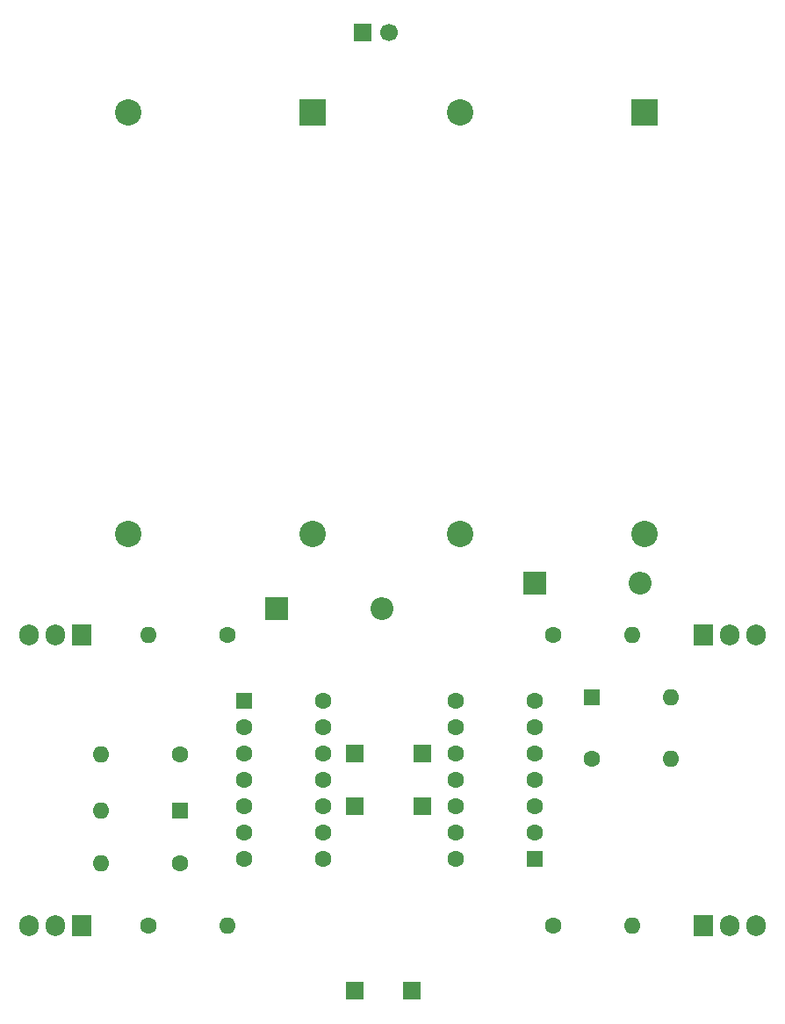
<source format=gbr>
%TF.GenerationSoftware,KiCad,Pcbnew,9.0.1*%
%TF.CreationDate,2025-07-17T11:03:30+03:00*%
%TF.ProjectId,deneme3,64656e65-6d65-4332-9e6b-696361645f70,rev?*%
%TF.SameCoordinates,Original*%
%TF.FileFunction,Soldermask,Top*%
%TF.FilePolarity,Negative*%
%FSLAX46Y46*%
G04 Gerber Fmt 4.6, Leading zero omitted, Abs format (unit mm)*
G04 Created by KiCad (PCBNEW 9.0.1) date 2025-07-17 11:03:30*
%MOMM*%
%LPD*%
G01*
G04 APERTURE LIST*
G04 Aperture macros list*
%AMRoundRect*
0 Rectangle with rounded corners*
0 $1 Rounding radius*
0 $2 $3 $4 $5 $6 $7 $8 $9 X,Y pos of 4 corners*
0 Add a 4 corners polygon primitive as box body*
4,1,4,$2,$3,$4,$5,$6,$7,$8,$9,$2,$3,0*
0 Add four circle primitives for the rounded corners*
1,1,$1+$1,$2,$3*
1,1,$1+$1,$4,$5*
1,1,$1+$1,$6,$7*
1,1,$1+$1,$8,$9*
0 Add four rect primitives between the rounded corners*
20,1,$1+$1,$2,$3,$4,$5,0*
20,1,$1+$1,$4,$5,$6,$7,0*
20,1,$1+$1,$6,$7,$8,$9,0*
20,1,$1+$1,$8,$9,$2,$3,0*%
G04 Aperture macros list end*
%ADD10R,1.600000X1.600000*%
%ADD11O,1.600000X1.600000*%
%ADD12R,2.200000X2.200000*%
%ADD13O,2.200000X2.200000*%
%ADD14R,1.905000X2.000000*%
%ADD15O,1.905000X2.000000*%
%ADD16R,1.700000X1.700000*%
%ADD17C,1.600000*%
%ADD18R,2.540000X2.540000*%
%ADD19C,2.540000*%
%ADD20RoundRect,0.250000X-0.550000X-0.550000X0.550000X-0.550000X0.550000X0.550000X-0.550000X0.550000X0*%
%ADD21C,1.700000*%
%ADD22RoundRect,0.250000X0.550000X0.550000X-0.550000X0.550000X-0.550000X-0.550000X0.550000X-0.550000X0*%
G04 APERTURE END LIST*
D10*
%TO.C,D2*%
X170300000Y-114510000D03*
D11*
X177920000Y-114510000D03*
%TD*%
D10*
%TO.C,D1*%
X130610000Y-125500000D03*
D11*
X122990000Y-125500000D03*
%TD*%
D12*
%TO.C,D4*%
X139920000Y-106000000D03*
D13*
X150080000Y-106000000D03*
%TD*%
D14*
%TO.C,Q3*%
X181110000Y-108510000D03*
D15*
X183650000Y-108510000D03*
X186190000Y-108510000D03*
%TD*%
D14*
%TO.C,Q4*%
X181110000Y-136510000D03*
D15*
X183650000Y-136510000D03*
X186190000Y-136510000D03*
%TD*%
D16*
%TO.C,J7*%
X154000000Y-125040000D03*
%TD*%
D14*
%TO.C,Q2*%
X121110000Y-108510000D03*
D15*
X118570000Y-108510000D03*
X116030000Y-108510000D03*
%TD*%
D16*
%TO.C,J3*%
X147500000Y-119960000D03*
%TD*%
D14*
%TO.C,Q1*%
X121110000Y-136565000D03*
D15*
X118570000Y-136565000D03*
X116030000Y-136565000D03*
%TD*%
D16*
%TO.C,J5*%
X153000000Y-142830000D03*
%TD*%
D17*
%TO.C,R1*%
X127610000Y-136510000D03*
D11*
X135230000Y-136510000D03*
%TD*%
D17*
%TO.C,C3*%
X130610000Y-120000000D03*
D11*
X122990000Y-120000000D03*
%TD*%
D18*
%TO.C,U3*%
X143390000Y-58180000D03*
D19*
X125610000Y-58180000D03*
X125610000Y-98820000D03*
X143390000Y-98820000D03*
%TD*%
D17*
%TO.C,R4*%
X166610000Y-136510000D03*
D11*
X174230000Y-136510000D03*
%TD*%
D18*
%TO.C,U4*%
X175390000Y-58180000D03*
D19*
X157610000Y-58180000D03*
X157610000Y-98820000D03*
X175390000Y-98820000D03*
%TD*%
D17*
%TO.C,R2*%
X135230000Y-108510000D03*
D11*
X127610000Y-108510000D03*
%TD*%
D20*
%TO.C,U1*%
X136830000Y-114880000D03*
D17*
X136830000Y-117420000D03*
X136830000Y-119960000D03*
X136830000Y-122500000D03*
X136830000Y-125040000D03*
X136830000Y-127580000D03*
X136830000Y-130120000D03*
X144450000Y-130120000D03*
X144450000Y-127580000D03*
X144450000Y-125040000D03*
X144450000Y-122500000D03*
X144450000Y-119960000D03*
X144450000Y-117420000D03*
X144450000Y-114880000D03*
%TD*%
D16*
%TO.C,J1*%
X148250000Y-50467500D03*
D21*
X150790000Y-50467500D03*
%TD*%
D22*
%TO.C,U2*%
X164805000Y-130120000D03*
D17*
X164805000Y-127580000D03*
X164805000Y-125040000D03*
X164805000Y-122500000D03*
X164805000Y-119960000D03*
X164805000Y-117420000D03*
X164805000Y-114880000D03*
X157185000Y-114880000D03*
X157185000Y-117420000D03*
X157185000Y-119960000D03*
X157185000Y-122500000D03*
X157185000Y-125040000D03*
X157185000Y-127580000D03*
X157185000Y-130120000D03*
%TD*%
D16*
%TO.C,J4*%
X147500000Y-142830000D03*
%TD*%
%TO.C,J2*%
X147500000Y-125040000D03*
%TD*%
D17*
%TO.C,C1*%
X130610000Y-130500000D03*
D11*
X122990000Y-130500000D03*
%TD*%
D12*
%TO.C,D3*%
X164840000Y-103500000D03*
D13*
X175000000Y-103500000D03*
%TD*%
D16*
%TO.C,J6*%
X154000000Y-119960000D03*
%TD*%
D17*
%TO.C,R3*%
X166610000Y-108510000D03*
D11*
X174230000Y-108510000D03*
%TD*%
D17*
%TO.C,C2*%
X170300000Y-120500000D03*
D11*
X177920000Y-120500000D03*
%TD*%
M02*

</source>
